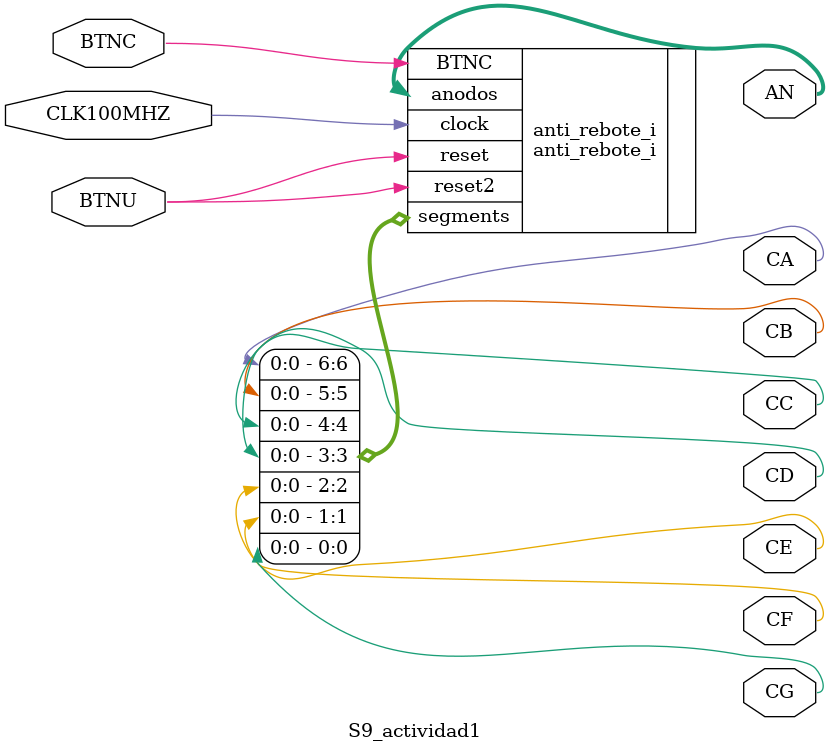
<source format=sv>
`timescale 1ns / 1ps


module S9_actividad1(
    input logic CLK100MHZ,
    input logic BTNC, BTNU,
    output logic CA, CB, CC, CD, CE, CF, CG,
    output logic [7:0] AN
    );
    
    //logic [6:0] segments;
    //assign segments = {CA, CB, CC, CD, CE, CF, CG};
    
    //logic [7:0] anodos;
    //assign anodos = AN;
    
    anti_rebote_i anti_rebote_i(
        .clock(CLK100MHZ),
        .reset(BTNU),
        .reset2(BTNU),
        .BTNC(BTNC),
        .segments({CA, CB, CC, CD, CE, CF, CG}),   
        .anodos(AN)
    );
    
    
    
endmodule

</source>
